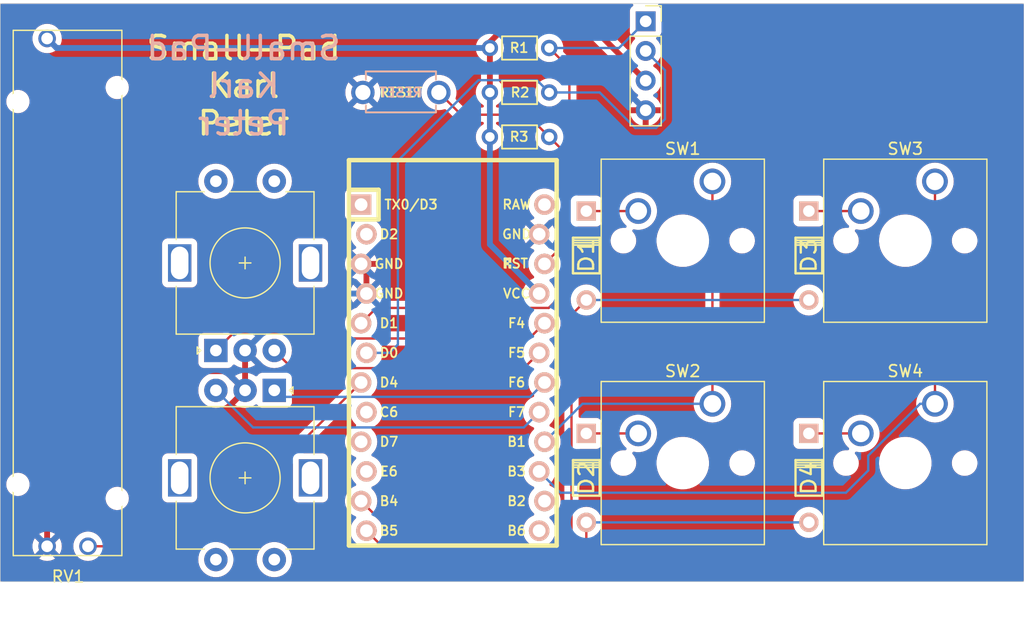
<source format=kicad_pcb>
(kicad_pcb (version 20221018) (generator pcbnew)
  (layers (0 "F.Cu" signal) (31 "B.Cu" signal) (34 "B.Paste" user) (35 "F.Paste" user) (36 "B.SilkS" user "B.Silkscreen") (37 "F.SilkS" user "F.Silkscreen") (38 "B.Mask" user) (39 "F.Mask" user) (44 "Edge.Cuts" user))
  (net 0 "")
  (net 1 "GND")
  (net 2 "Net-(U1-RST)")
  (net 3 "encC")
  (net 4 "encD")
  (net 5 "encE")
  (net 6 "encF")
  (net 7 "VCC")
  (net 8 "SDA")
  (net 9 "SCL")
  (net 10 "rowA")
  (net 11 "Net-(D1-A)")
  (net 12 "rowB")
  (net 13 "Net-(D2-A)")
  (net 14 "Net-(D3-A)")
  (net 15 "Net-(D4-A)")
  (net 16 "encA")
  (net 17 "encB")
  (net 18 "col1")
  (net 19 "col0")
  (footprint "Library:TACT_SWITCH_TVBP06" (layer "F.Cu") (at 163.83 58.42)
    (fp_text reference "SW7" hide)
    (fp_text value "SW_Omron_B3FS" hide)
    (fp_text user "RESET" (at 0 0) (layer "B.SilkS") (effects (font (size 0.8 0.8)) (justify mirror)))
    (fp_text user "RESET" (at 0 0 -180) (layer "F.SilkS") (effects (font (size 0.8 0.8))))
    (fp_line (start -3 -1.8) (end -3 -1.1) (stroke (width 0.15)) (layer "B.SilkS"))
    (fp_line (start -3 -1.8) (end 2.9 -1.8) (stroke (width 0.15)) (layer "B.SilkS"))
    (fp_line (start -3 -1.8) (end 3 -1.8) (stroke (width 0.15)) (layer "B.SilkS"))
    (fp_line (start -3 1.7) (end -3 1.1) (stroke (width 0.15)) (layer "B.SilkS"))
    (fp_line (start 3 -1.8) (end 3 -1.1) (stroke (width 0.15)) (layer "B.SilkS"))
    (fp_line (start 3 1.7) (end -3 1.7) (stroke (width 0.15)) (layer "B.SilkS"))
    (fp_line (start 3 1.7) (end 3 1.1) (stroke (width 0.15)) (layer "B.SilkS"))
    (fp_line (start -3 -1.8) (end -3 -1.1) (stroke (width 0.15)) (layer "F.SilkS"))
    (fp_line (start -3 1.7) (end -3 1.1) (stroke (width 0.15)) (layer "F.SilkS"))
    (fp_line (start -3 1.7) (end 3 1.7) (stroke (width 0.15)) (layer "F.SilkS"))
    (fp_line (start 3 -1.8) (end -3 -1.8) (stroke (width 0.15)) (layer "F.SilkS"))
    (fp_line (start 3 -1.8) (end 3 -1.1) (stroke (width 0.15)) (layer "F.SilkS"))
    (fp_line (start 3 1.7) (end 3 1.1) (stroke (width 0.15)) (layer "F.SilkS"))
    (pad "1" thru_hole circle (at -3.25 0) (size 2 2) (drill 1.3) (layers "*.Cu" "*.Mask") (net 1 "GND"))
    (pad "2" thru_hole circle (at 3.25 0) (size 2 2) (drill 1.3) (layers "*.Cu" "*.Mask") (net 2 "Net-(U1-RST)"))
  )
  (footprint "Library:RESISTOR" (layer "F.Cu") (at 173.99 58.42 180)
    (fp_text reference "R2" (at -0.039272 0) (layer "F.SilkS") (effects (font (size 0.8128 0.8128))))
    (fp_text value "R_US" hide)
    (fp_line (start -1.50114 -1.00076) (end -1.50114 1.00076) (stroke (width 0.15)) (layer "F.SilkS"))
    (fp_line (start -1.50114 1.00076) (end 1.50114 1.00076) (stroke (width 0.15)) (layer "F.SilkS"))
    (fp_line (start 1.50114 -1.00076) (end -1.50114 -1.00076) (stroke (width 0.15)) (layer "F.SilkS"))
    (fp_line (start 1.50114 1.00076) (end 1.50114 -1.00076) (stroke (width 0.15)) (layer "F.SilkS"))
    (pad "1" thru_hole circle (at -2.54 0 180) (size 1.397 1.397) (drill 0.8128) (layers "*.Cu" "*.Mask") (net 9 "SCL"))
    (pad "2" thru_hole circle (at 2.54 0 180) (size 1.397 1.397) (drill 0.8128) (layers "*.Cu" "*.Mask") (net 7 "VCC"))
  )
  (footprint "Library:ArduinoProMicro-ZigZag" (layer "F.Cu") (at 168.275 81.99675 -90)
    (fp_text reference "U1" hide)
    (fp_text value "ProMicro" hide)
    (fp_text user "D0" (at -1.27 5.461) (layer "F.SilkS") (effects (font (size 0.8 0.8))))
    (fp_text user "E6" (at 8.89 5.461) (layer "F.SilkS") (effects (font (size 0.8 0.8))))
    (fp_text user "C6" (at 3.81 5.461) (layer "F.SilkS") (effects (font (size 0.8 0.8))))
    (fp_text user "B2" (at 11.43 -5.461) (layer "F.SilkS") (effects (font (size 0.8 0.8))))
    (fp_text user "ST" (at -8.92 -5.73312) (layer "F.SilkS") (effects (font (size 0.8 0.8))))
    (fp_text user "D2" (at -11.43 5.461) (layer "F.SilkS") (effects (font (size 0.8 0.8))))
    (fp_text user "D1" (at -3.81 5.461) (layer "F.SilkS") (effects (font (size 0.8 0.8))))
    (fp_text user "VCC" (at -6.35 -5.461) (layer "F.SilkS") (effects (font (size 0.8 0.8))))
    (fp_text user "D7" (at 6.35 5.461) (layer "F.SilkS") (effects (font (size 0.8 0.8))))
    (fp_text user "F7" (at 3.81 -5.461) (layer "F.SilkS") (effects (font (size 0.8 0.8))))
    (fp_text user "B6" (at 13.97 -5.461) (layer "F.SilkS") (effects (font (size 0.8 0.8))))
    (fp_text user "RAW" (at -13.97 -5.461) (layer "F.SilkS") (effects (font (size 0.8 0.8))))
    (fp_text user "B1" (at 6.35 -5.461) (layer "F.SilkS") (effects (font (size 0.8 0.8))))
    (fp_text user "GND" (at -11.43 -5.461) (layer "F.SilkS") (effects (font (size 0.8 0.8))))
    (fp_text user "B3" (at 8.89 -5.461) (layer "F.SilkS") (effects (font (size 0.8 0.8))))
    (fp_text user "F4" (at -3.81 -5.461) (layer "F.SilkS") (effects (font (size 0.8 0.8))))
    (fp_text user "B5" (at 13.97 5.461) (layer "F.SilkS") (effects (font (size 0.8 0.8))))
    (fp_text user "D4" (at 1.27 5.461) (layer "F.SilkS") (effects (font (size 0.8 0.8))))
    (fp_text user "B4" (at 11.43 5.461) (layer "F.SilkS") (effects (font (size 0.8 0.8))))
    (fp_text user "GND" (at -6.35 5.461) (layer "F.SilkS") (effects (font (size 0.8 0.8))))
    (fp_text user "F6" (at 1.27 -5.461) (layer "F.SilkS") (effects (font (size 0.8 0.8))))
    (fp_text user "GND" (at -8.89 5.461) (layer "F.SilkS") (effects (font (size 0.8 0.8))))
    (fp_text user "TX0/D3" (at -13.97 3.571872) (layer "F.SilkS") (effects (font (size 0.8 0.8))))
    (fp_text user "F5" (at -1.27 -5.461) (layer "F.SilkS") (effects (font (size 0.8 0.8))))
    (fp_line (start -17.78 -8.89) (end -17.78 8.89) (stroke (width 0.381)) (layer "F.SilkS"))
    (fp_line (start -17.78 8.89) (end -15.24 8.89) (stroke (width 0.381)) (layer "F.SilkS"))
    (fp_line (start -15.24 -8.89) (end -17.78 -8.89) (stroke (width 0.381)) (layer "F.SilkS"))
    (fp_line (start -15.24 6.35) (end -15.24 8.89) (stroke (width 0.381)) (layer "F.SilkS"))
    (fp_line (start -15.24 6.35) (end -12.7 6.35) (stroke (width 0.381)) (layer "F.SilkS"))
    (fp_line (start -15.24 8.89) (end 15.24 8.89) (stroke (width 0.381)) (layer "F.SilkS"))
    (fp_line (start -12.7 6.35) (end -12.7 8.89) (stroke (width 0.381)) (layer "F.SilkS"))
    (fp_line (start 15.24 -8.89) (end -15.24 -8.89) (stroke (width 0.381)) (layer "F.SilkS"))
    (fp_line (start 15.24 8.89) (end 15.24 -8.89) (stroke (width 0.381)) (layer "F.SilkS"))
    (fp_poly (pts (xy -9.36064 -4.931568) (xy -9.26064 -4.931568) (xy -9.26064 -4.431568) (xy -9.36064 -4.431568)) (stroke (width 0.15)) (fill solid) (layer "F.SilkS"))
    (fp_poly (pts (xy -9.36064 -4.931568) (xy -9.06064 -4.931568) (xy -9.06064 -4.831568) (xy -9.36064 -4.831568)) (stroke (width 0.15)) (fill solid) (layer "F.SilkS"))
    (fp_poly (pts (xy -9.36064 -4.531568) (xy -8.56064 -4.531568) (xy -8.56064 -4.431568) (xy -9.36064 -4.431568)) (stroke (width 0.15)) (fill solid) (layer "F.SilkS"))
    (fp_poly (pts (xy -8.96064 -4.731568) (xy -8.86064 -4.731568) (xy -8.86064 -4.631568) (xy -8.96064 -4.631568)) (stroke (width 0.15)) (fill solid) (layer "F.SilkS"))
    (fp_poly (pts (xy -8.76064 -4.931568) (xy -8.56064 -4.931568) (xy -8.56064 -4.831568) (xy -8.76064 -4.831568)) (stroke (width 0.15)) (fill solid) (layer "F.SilkS"))
    (pad "1" thru_hole rect (at -13.97 7.8486 270) (size 1.7526 1.7526) (drill 1.0922) (layers "*.Cu" "*.SilkS" "*.Mask"))
    (pad "2" thru_hole circle (at -11.43 7.3914 270) (size 1.7526 1.7526) (drill 1.0922) (layers "*.Cu" "*.SilkS" "*.Mask"))
    (pad "3" thru_hole circle (at -8.89 7.8486 270) (size 1.7526 1.7526) (drill 1.0922) (layers "*.Cu" "*.SilkS" "*.Mask") (net 1 "GND"))
    (pad "4" thru_hole circle (at -6.35 7.3914 270) (size 1.7526 1.7526) (drill 1.0922) (layers "*.Cu" "*.SilkS" "*.Mask") (net 1 "GND"))
    (pad "5" thru_hole circle (at -3.81 7.8486 270) (size 1.7526 1.7526) (drill 1.0922) (layers "*.Cu" "*.SilkS" "*.Mask") (net 8 "SDA"))
    (pad "6" thru_hole circle (at -1.27 7.3914 270) (size 1.7526 1.7526) (drill 1.0922) (layers "*.Cu" "*.SilkS" "*.Mask") (net 9 "SCL"))
    (pad "7" thru_hole circle (at 1.27 7.8486 270) (size 1.7526 1.7526) (drill 1.0922) (layers "*.Cu" "*.SilkS" "*.Mask") (net 16 "encA"))
    (pad "8" thru_hole circle (at 3.81 7.3914 270) (size 1.7526 1.7526) (drill 1.0922) (layers "*.Cu" "*.SilkS" "*.Mask") (net 17 "encB"))
    (pad "9" thru_hole circle (at 6.35 7.8486 270) (size 1.7526 1.7526) (drill 1.0922) (layers "*.Cu" "*.SilkS" "*.Mask"))
    (pad "10" thru_hole circle (at 8.89 7.3914 270) (size 1.7526 1.7526) (drill 1.0922) (layers "*.Cu" "*.SilkS" "*.Mask"))
    (pad "11" thru_hole circle (at 11.43 7.8486 270) (size 1.7526 1.7526) (drill 1.0922) (layers "*.Cu" "*.SilkS" "*.Mask") (net 10 "rowA"))
    (pad "12" thru_hole circle (at 13.97 7.3914 270) (size 1.7526 1.7526) (drill 1.0922) (layers "*.Cu" "*.SilkS" "*.Mask") (net 12 "rowB"))
    (pad "13" thru_hole circle (at 13.97 -7.3914 270) (size 1.7526 1.7526) (drill 1.0922) (layers "*.Cu" "*.SilkS" "*.Mask"))
    (pad "14" thru_hole circle (at 11.43 -7.8486 270) (size 1.7526 1.7526) (drill 1.0922) (layers "*.Cu" "*.SilkS" "*.Mask"))
    (pad "15" thru_hole circle (at 8.89 -7.3914 270) (size 1.7526 1.7526) (drill 1.0922) (layers "*.Cu" "*.SilkS" "*.Mask") (net 18 "col1"))
    (pad "16" thru_hole circle (at 6.35 -7.8486 270) (size 1.7526 1.7526) (drill 1.0922) (layers "*.Cu" "*.SilkS" "*.Mask") (net 19 "col0"))
    (pad "17" thru_hole circle (at 3.81 -7.3914 270) (size 1.7526 1.7526) (drill 1.0922) (layers "*.Cu" "*.SilkS" "*.Mask") (net 6 "encF"))
    (pad "18" thru_hole circle (at 1.27 -7.8486 270) (size 1.7526 1.7526) (drill 1.0922) (layers "*.Cu" "*.SilkS" "*.Mask") (net 5 "encE"))
    (pad "19" thru_hole circle (at -1.27 -7.3914 270) (size 1.7526 1.7526) (drill 1.0922) (layers "*.Cu" "*.SilkS" "*.Mask") (net 4 "encD"))
    (pad "20" thru_hole circle (at -3.81 -7.8486 270) (size 1.7526 1.7526) (drill 1.0922) (layers "*.Cu" "*.SilkS" "*.Mask") (net 3 "encC"))
    (pad "21" thru_hole circle (at -6.35 -7.3914 270) (size 1.7526 1.7526) (drill 1.0922) (layers "*.Cu" "*.SilkS" "*.Mask") (net 7 "VCC"))
    (pad "22" thru_hole circle (at -8.89 -7.8486 270) (size 1.7526 1.7526) (drill 1.0922) (layers "*.Cu" "*.SilkS" "*.Mask") (net 2 "Net-(U1-RST)"))
    (pad "23" thru_hole circle (at -11.43 -7.3914 270) (size 1.7526 1.7526) (drill 1.0922) (layers "*.Cu" "*.SilkS" "*.Mask") (net 1 "GND"))
    (pad "24" thru_hole circle (at -13.97 -7.8486 270) (size 1.7526 1.7526) (drill 1.0922) (layers "*.Cu" "*.SilkS" "*.Mask"))
  )
  (footprint "Library:RESISTOR" (layer "F.Cu") (at 173.99 54.61)
    (fp_text reference "R1" (at -0.039272 -0.011965) (layer "F.SilkS") (effects (font (size 0.8128 0.8128))))
    (fp_text value "R_US" hide)
    (fp_line (start -1.50114 -1.00076) (end -1.50114 1.00076) (stroke (width 0.15)) (layer "F.SilkS"))
    (fp_line (start -1.50114 1.00076) (end 1.50114 1.00076) (stroke (width 0.15)) (layer "F.SilkS"))
    (fp_line (start 1.50114 -1.00076) (end -1.50114 -1.00076) (stroke (width 0.15)) (layer "F.SilkS"))
    (fp_line (start 1.50114 1.00076) (end 1.50114 -1.00076) (stroke (width 0.15)) (layer "F.SilkS"))
    (pad "1" thru_hole circle (at -2.54 0) (size 1.397 1.397) (drill 0.8128) (layers "*.Cu" "*.Mask") (net 7 "VCC"))
    (pad "2" thru_hole circle (at 2.54 0) (size 1.397 1.397) (drill 0.8128) (layers "*.Cu" "*.Mask") (net 8 "SDA"))
  )
  (footprint "Library:Diode" (layer "F.Cu") (at 198.755 91.44 90)
    (fp_text reference "D4" (at 0 0 90) (layer "F.SilkS") (effects (font (size 1.27 1.524) (thickness 0.2032))))
    (fp_text value "D_Small" hide)
    (fp_line (start -1.524 -1.143) (end 1.524 -1.143) (stroke (width 0.2032)) (layer "F.SilkS"))
    (fp_line (start -1.524 1.143) (end -1.524 -1.143) (stroke (width 0.2032)) (layer "F.SilkS"))
    (fp_line (start 0.9 1.1) (end 0.9 -1.1) (stroke (width 0.15)) (layer "F.SilkS"))
    (fp_line (start 1.1 -1.1) (end 1.1 1.1) (stroke (width 0.15)) (layer "F.SilkS"))
    (fp_line (start 1.3 -1.1) (end 1.3 -1) (stroke (width 0.15)) (layer "F.SilkS"))
    (fp_line (start 1.3 -1) (end 1.3 -1.1) (stroke (width 0.15)) (layer "F.SilkS"))
    (fp_line (start 1.3 1.1) (end 1.3 -1) (stroke (width 0.15)) (layer "F.SilkS"))
    (fp_line (start 1.524 -1.143) (end 1.524 1.143) (stroke (width 0.2032)) (layer "F.SilkS"))
    (fp_line (start 1.524 1.143) (end -1.524 1.143) (stroke (width 0.2032)) (layer "F.SilkS"))
    (pad "1" thru_hole circle (at -3.81 0 90) (size 1.651 1.651) (drill 0.9906) (layers "*.Cu" "*.SilkS" "*.Mask") (net 12 "rowB"))
    (pad "2" thru_hole rect (at 3.81 0 90) (size 1.651 1.651) (drill 0.9906) (layers "*.Cu" "*.SilkS" "*.Mask") (net 15 "Net-(D4-A)"))
  )
  (footprint "Library:Diode" (layer "F.Cu") (at 179.705 72.39 90)
    (fp_text reference "D1" (at 0 0 90) (layer "F.SilkS") (effects (font (size 1.27 1.524) (thickness 0.2032))))
    (fp_text value "D_Small" hide)
    (fp_line (start -1.524 -1.143) (end 1.524 -1.143) (stroke (width 0.2032)) (layer "F.SilkS"))
    (fp_line (start -1.524 1.143) (end -1.524 -1.143) (stroke (width 0.2032)) (layer "F.SilkS"))
    (fp_line (start 0.9 1.1) (end 0.9 -1.1) (stroke (width 0.15)) (layer "F.SilkS"))
    (fp_line (start 1.1 -1.1) (end 1.1 1.1) (stroke (width 0.15)) (layer "F.SilkS"))
    (fp_line (start 1.3 -1.1) (end 1.3 -1) (stroke (width 0.15)) (layer "F.SilkS"))
    (fp_line (start 1.3 -1) (end 1.3 -1.1) (stroke (width 0.15)) (layer "F.SilkS"))
    (fp_line (start 1.3 1.1) (end 1.3 -1) (stroke (width 0.15)) (layer "F.SilkS"))
    (fp_line (start 1.524 -1.143) (end 1.524 1.143) (stroke (width 0.2032)) (layer "F.SilkS"))
    (fp_line (start 1.524 1.143) (end -1.524 1.143) (stroke (width 0.2032)) (layer "F.SilkS"))
    (pad "1" thru_hole circle (at -3.81 0 90) (size 1.651 1.651) (drill 0.9906) (layers "*.Cu" "*.SilkS" "*.Mask") (net 10 "rowA"))
    (pad "2" thru_hole rect (at 3.81 0 90) (size 1.651 1.651) (drill 0.9906) (layers "*.Cu" "*.SilkS" "*.Mask") (net 11 "Net-(D1-A)"))
  )
  (footprint "Button_Switch_Keyboard:SW_Cherry_MX_1.00u_PCB" (layer "F.Cu") (at 190.5 85.09)
    (fp_text reference "SW2" (at -2.54 -2.794) (layer "F.SilkS"))
    (fp_text value "KEYSW")
    (fp_line (start -9.525 -1.905) (end 4.445 -1.905) (stroke (width 0.12)) (layer "F.SilkS"))
    (fp_line (start -9.525 12.065) (end -9.525 -1.905) (stroke (width 0.12)) (layer "F.SilkS"))
    (fp_line (start 4.445 -1.905) (end 4.445 12.065) (stroke (width 0.12)) (layer "F.SilkS"))
    (fp_line (start 4.445 12.065) (end -9.525 12.065) (stroke (width 0.12)) (layer "F.SilkS"))
    (pad "" np_thru_hole circle (at -7.62 5.08) (size 1.7 1.7) (drill 1.7) (layers "*.Cu" "*.Mask"))
    (pad "" np_thru_hole circle (at -2.54 5.08) (size 4 4) (drill 4) (layers "*.Cu" "*.Mask"))
    (pad "" np_thru_hole circle (at 2.54 5.08) (size 1.7 1.7) (drill 1.7) (layers "*.Cu" "*.Mask"))
    (pad "1" thru_hole circle (at 0 0) (size 2.2 2.2) (drill 1.5) (layers "*.Cu" "*.Mask") (net 19 "col0"))
    (pad "2" thru_hole circle (at -6.35 2.54) (size 2.2 2.2) (drill 1.5) (layers "*.Cu" "*.Mask") (net 13 "Net-(D2-A)"))
  )
  (footprint "Library:RotaryEncoder_EC11" (layer "F.Cu") (at 150.495 91.44 -90)
    (fp_text reference "Rot3")
    (fp_text value "RotaryEncoder")
    (fp_line (start -7.8 -4.1) (end -7.2 -4.1) (stroke (width 0.12)) (layer "F.SilkS"))
    (fp_line (start -7.5 -3.8) (end -7.8 -4.1) (stroke (width 0.12)) (layer "F.SilkS"))
    (fp_line (start -7.2 -4.1) (end -7.5 -3.8) (stroke (width 0.12)) (layer "F.SilkS"))
    (fp_line (start -6.1 -5.9) (end -6.1 5.9) (stroke (width 0.12)) (layer "F.SilkS"))
    (fp_line (start -2 -5.9) (end -6.1 -5.9) (stroke (width 0.12)) (layer "F.SilkS"))
    (fp_line (start -2 5.9) (end -6.1 5.9) (stroke (width 0.12)) (layer "F.SilkS"))
    (fp_line (start -0.5 0) (end 0.5 0) (stroke (width 0.12)) (layer "F.SilkS"))
    (fp_line (start 0 -0.5) (end 0 0.5) (stroke (width 0.12)) (layer "F.SilkS"))
    (fp_line (start 2 -5.9) (end 6.1 -5.9) (stroke (width 0.12)) (layer "F.SilkS"))
    (fp_line (start 6.1 -5.9) (end 6.1 -3.5) (stroke (width 0.12)) (layer "F.SilkS"))
    (fp_line (start 6.1 -1.3) (end 6.1 1.3) (stroke (width 0.12)) (layer "F.SilkS"))
    (fp_line (start 6.1 3.5) (end 6.1 5.9) (stroke (width 0.12)) (layer "F.SilkS"))
    (fp_line (start 6.1 5.9) (end 2 5.9) (stroke (width 0.12)) (layer "F.SilkS"))
    (fp_circle (center 0 0) (end 3 0) (stroke (width 0.12)) (fill none) (layer "F.SilkS"))
    (pad "" np_thru_hole rect (at 0 -5.6 270) (size 3.2 2) (drill oval 2.8 1.5) (layers "*.Cu" "*.Mask"))
    (pad "" np_thru_hole rect (at 0 5.6 270) (size 3.2 2) (drill oval 2.8 1.5) (layers "*.Cu" "*.Mask"))
    (pad "A" thru_hole rect (at -7.5 -2.5 270) (size 2 2) (drill 1) (layers "*.Cu" "*.Mask") (net 5 "encE"))
    (pad "B" thru_hole circle (at -7.5 2.5 270) (size 2 2) (drill 1) (layers "*.Cu" "*.Mask") (net 6 "encF"))
    (pad "C" thru_hole circle (at -7.5 0 270) (size 2 2) (drill 1) (layers "*.Cu" "*.Mask") (net 1 "GND"))
    (pad "S1" thru_hole circle (at 7 2.5 270) (size 2 2) (drill 1) (layers "*.Cu" "*.Mask"))
    (pad "S2" thru_hole circle (at 7 -2.5 270) (size 2 2) (drill 1) (layers "*.Cu" "*.Mask"))
  )
  (footprint "Button_Switch_Keyboard:SW_Cherry_MX_1.00u_PCB" (layer "F.Cu") (at 209.55 85.09)
    (fp_text reference "SW4" (at -2.54 -2.794) (layer "F.SilkS"))
    (fp_text value "KEYSW")
    (fp_line (start -9.525 -1.905) (end 4.445 -1.905) (stroke (width 0.12)) (layer "F.SilkS"))
    (fp_line (start -9.525 12.065) (end -9.525 -1.905) (stroke (width 0.12)) (layer "F.SilkS"))
    (fp_line (start 4.445 -1.905) (end 4.445 12.065) (stroke (width 0.12)) (layer "F.SilkS"))
    (fp_line (start 4.445 12.065) (end -9.525 12.065) (stroke (width 0.12)) (layer "F.SilkS"))
    (pad "" np_thru_hole circle (at -7.62 5.08) (size 1.7 1.7) (drill 1.7) (layers "*.Cu" "*.Mask"))
    (pad "" np_thru_hole circle (at -2.54 5.08) (size 4 4) (drill 4) (layers "*.Cu" "*.Mask"))
    (pad "" np_thru_hole circle (at 2.54 5.08) (size 1.7 1.7) (drill 1.7) (layers "*.Cu" "*.Mask"))
    (pad "1" thru_hole circle (at 0 0) (size 2.2 2.2) (drill 1.5) (layers "*.Cu" "*.Mask") (net 18 "col1"))
    (pad "2" thru_hole circle (at -6.35 2.54) (size 2.2 2.2) (drill 1.5) (layers "*.Cu" "*.Mask") (net 15 "Net-(D4-A)"))
  )
  (footprint "Library:RESISTOR" (layer "F.Cu") (at 173.99 62.23)
    (fp_text reference "R3" (at -0.039272 -0.011965) (layer "F.SilkS") (effects (font (size 0.8128 0.8128))))
    (fp_text value "R_US" hide)
    (fp_line (start -1.50114 -1.00076) (end -1.50114 1.00076) (stroke (width 0.15)) (layer "F.SilkS"))
    (fp_line (start -1.50114 1.00076) (end 1.50114 1.00076) (stroke (width 0.15)) (layer "F.SilkS"))
    (fp_line (start 1.50114 -1.00076) (end -1.50114 -1.00076) (stroke (width 0.15)) (layer "F.SilkS"))
    (fp_line (start 1.50114 1.00076) (end 1.50114 -1.00076) (stroke (width 0.15)) (layer "F.SilkS"))
    (pad "1" thru_hole circle (at -2.54 0) (size 1.397 1.397) (drill 0.8128) (layers "*.Cu" "*.Mask") (net 7 "VCC"))
    (pad "2" thru_hole circle (at 2.54 0) (size 1.397 1.397) (drill 0.8128) (layers "*.Cu" "*.Mask") (net 2 "Net-(U1-RST)"))
  )
  (footprint "Library:potentiometer_slider_45mm" (layer "F.Cu") (at 142.248 98.097 90)
    (fp_text reference "RV1" (at -1.8 -6.9) (layer "F.SilkS"))
    (fp_text value "R_Potentiometer")
    (fp_line (start 0 -11.6) (end 45 -11.6) (stroke (width 0.12)) (layer "F.SilkS"))
    (fp_line (start 0 -2.3) (end 0 -11.6) (stroke (width 0.12)) (layer "F.SilkS"))
    (fp_line (start 45 -11.6) (end 45 -2.3) (stroke (width 0.12)) (layer "F.SilkS"))
    (fp_line (start 45 -2.3) (end 0 -2.3) (stroke (width 0.12)) (layer "F.SilkS"))
    (pad "" np_thru_hole circle (at 4.9 -2.7 90) (size 1.5 1.5) (drill 1.5) (layers "*.Cu" "*.Mask"))
    (pad "" np_thru_hole circle (at 6.1 -11.2 90) (size 1.5 1.5) (drill 1.5) (layers "*.Cu" "*.Mask"))
    (pad "" np_thru_hole circle (at 38.9 -11.2 90) (size 1.5 1.5) (drill 1.5) (layers "*.Cu" "*.Mask"))
    (pad "" np_thru_hole circle (at 40.1 -2.7 90) (size 1.5 1.5) (drill 1.5) (layers "*.Cu" "*.Mask"))
    (pad "1" thru_hole circle (at 0.8 -8.7 90) (size 1.5 1.5) (drill 1) (layers "*.Cu" "*.Mask") (net 1 "GND"))
    (pad "2" thru_hole circle (at 0.8 -5.2 90) (size 1.5 1.5) (drill 1) (layers "*.Cu" "*.Mask") (net 16 "encA"))
    (pad "3" thru_hole circle (at 44.3 -8.7 90) (size 1.5 1.5) (drill 1) (layers "*.Cu" "*.Mask") (net 7 "VCC"))
  )
  (footprint "Library:Diode" (layer "F.Cu") (at 198.755 72.39 90)
    (fp_text reference "D3" (at 0 0 90) (layer "F.SilkS") (effects (font (size 1.27 1.524) (thickness 0.2032))))
    (fp_text value "D_Small" hide)
    (fp_line (start -1.524 -1.143) (end 1.524 -1.143) (stroke (width 0.2032)) (layer "F.SilkS"))
    (fp_line (start -1.524 1.143) (end -1.524 -1.143) (stroke (width 0.2032)) (layer "F.SilkS"))
    (fp_line (start 0.9 1.1) (end 0.9 -1.1) (stroke (width 0.15)) (layer "F.SilkS"))
    (fp_line (start 1.1 -1.1) (end 1.1 1.1) (stroke (width 0.15)) (layer "F.SilkS"))
    (fp_line (start 1.3 -1.1) (end 1.3 -1) (stroke (width 0.15)) (layer "F.SilkS"))
    (fp_line (start 1.3 -1) (end 1.3 -1.1) (stroke (width 0.15)) (layer "F.SilkS"))
    (fp_line (start 1.3 1.1) (end 1.3 -1) (stroke (width 0.15)) (layer "F.SilkS"))
    (fp_line (start 1.524 -1.143) (end 1.524 1.143) (stroke (width 0.2032)) (layer "F.SilkS"))
    (fp_line (start 1.524 1.143) (end -1.524 1.143) (stroke (width 0.2032)) (layer "F.SilkS"))
    (pad "1" thru_hole circle (at -3.81 0 90) (size 1.651 1.651) (drill 0.9906) (layers "*.Cu" "*.SilkS" "*.Mask") (net 10 "rowA"))
    (pad "2" thru_hole rect (at 3.81 0 90) (size 1.651 1.651) (drill 0.9906) (layers "*.Cu" "*.SilkS" "*.Mask") (net 14 "Net-(D3-A)"))
  )
  (footprint "Button_Switch_Keyboard:SW_Cherry_MX_1.00u_PCB" (layer "F.Cu") (at 209.55 66.04)
    (fp_text reference "SW3" (at -2.54 -2.794) (layer "F.SilkS"))
    (fp_text value "KEYSW")
    (fp_line (start -9.525 -1.905) (end 4.445 -1.905) (stroke (width 0.12)) (layer "F.SilkS"))
    (fp_line (start -9.525 12.065) (end -9.525 -1.905) (stroke (width 0.12)) (layer "F.SilkS"))
    (fp_line (start 4.445 -1.905) (end 4.445 12.065) (stroke (width 0.12)) (layer "F.SilkS"))
    (fp_line (start 4.445 12.065) (end -9.525 12.065) (stroke (width 0.12)) (layer "F.SilkS"))
    (pad "" np_thru_hole circle (at -7.62 5.08) (size 1.7 1.7) (drill 1.7) (layers "*.Cu" "*.Mask"))
    (pad "" np_thru_hole circle (at -2.54 5.08) (size 4 4) (drill 4) (layers "*.Cu" "*.Mask"))
    (pad "" np_thru_hole circle (at 2.54 5.08) (size 1.7 1.7) (drill 1.7) (layers "*.Cu" "*.Mask"))
    (pad "1" thru_hole circle (at 0 0) (size 2.2 2.2) (drill 1.5) (layers "*.Cu" "*.Mask") (net 18 "col1"))
    (pad "2" thru_hole circle (at -6.35 2.54) (size 2.2 2.2) (drill 1.5) (layers "*.Cu" "*.Mask") (net 14 "Net-(D3-A)"))
  )
  (footprint "Library:RotaryEncoder_EC11" (layer "F.Cu") (at 150.495 73.025 90)
    (fp_text reference "Rot2")
    (fp_text value "RotaryEncoder")
    (fp_line (start -7.8 -4.1) (end -7.2 -4.1) (stroke (width 0.12)) (layer "F.SilkS"))
    (fp_line (start -7.5 -3.8) (end -7.8 -4.1) (stroke (width 0.12)) (layer "F.SilkS"))
    (fp_line (start -7.2 -4.1) (end -7.5 -3.8) (stroke (width 0.12)) (layer "F.SilkS"))
    (fp_line (start -6.1 -5.9) (end -6.1 5.9) (stroke (width 0.12)) (layer "F.SilkS"))
    (fp_line (start -2 -5.9) (end -6.1 -5.9) (stroke (width 0.12)) (layer "F.SilkS"))
    (fp_line (start -2 5.9) (end -6.1 5.9) (stroke (width 0.12)) (layer "F.SilkS"))
    (fp_line (start -0.5 0) (end 0.5 0) (stroke (width 0.12)) (layer "F.SilkS"))
    (fp_line (start 0 -0.5) (end 0 0.5) (stroke (width 0.12)) (layer "F.SilkS"))
    (fp_line (start 2 -5.9) (end 6.1 -5.9) (stroke (width 0.12)) (layer "F.SilkS"))
    (fp_line (start 6.1 -5.9) (end 6.1 -3.5) (stroke (width 0.12)) (layer "F.SilkS"))
    (fp_line (start 6.1 -1.3) (end 6.1 1.3) (stroke (width 0.12)) (layer "F.SilkS"))
    (fp_line (start 6.1 3.5) (end 6.1 5.9) (stroke (width 0.12)) (layer "F.SilkS"))
    (fp_line (start 6.1 5.9) (end 2 5.9) (stroke (width 0.12)) (layer "F.SilkS"))
    (fp_circle (center 0 0) (end 3 0) (stroke (width 0.12)) (fill none) (layer "F.SilkS"))
    (pad "" np_thru_hole rect (at 0 -5.6 90) (size 3.2 2) (drill oval 2.8 1.5) (layers "*.Cu" "*.Mask"))
    (pad "" np_thru_hole rect (at 0 5.6 90) (size 3.2 2) (drill oval 2.8 1.5) (layers "*.Cu" "*.Mask"))
    (pad "A" thru_hole rect (at -7.5 -2.5 90) (size 2 2) (drill 1) (layers "*.Cu" "*.Mask") (net 3 "encC"))
    (pad "B" thru_hole circle (at -7.5 2.5 90) (size 2 2) (drill 1) (layers "*.Cu" "*.Mask") (net 4 "encD"))
    (pad "C" thru_hole circle (at -7.5 0 90) (size 2 2) (drill 1) (layers "*.Cu" "*.Mask") (net 1 "GND"))
    (pad "S1" thru_hole circle (at 7 2.5 90) (size 2 2) (drill 1) (layers "*.Cu" "*.Mask"))
    (pad "S2" thru_hole circle (at 7 -2.5 90) (size 2 2) (drill 1) (layers "*.Cu" "*.Mask"))
  )
  (footprint "Button_Switch_Keyboard:SW_Cherry_MX_1.00u_PCB" (layer "F.Cu") (at 190.5 66.04)
    (fp_text reference "SW1" (at -2.54 -2.794) (layer "F.SilkS"))
    (fp_text value "KEYSW")
    (fp_line (start -9.525 -1.905) (end 4.445 -1.905) (stroke (width 0.12)) (layer "F.SilkS"))
    (fp_line (start -9.525 12.065) (end -9.525 -1.905) (stroke (width 0.12)) (layer "F.SilkS"))
    (fp_line (start 4.445 -1.905) (end 4.445 12.065) (stroke (width 0.12)) (layer "F.SilkS"))
    (fp_line (start 4.445 12.065) (end -9.525 12.065) (stroke (width 0.12)) (layer "F.SilkS"))
    (pad "" np_thru_hole circle (at -7.62 5.08) (size 1.7 1.7) (drill 1.7) (layers "*.Cu" "*.Mask"))
    (pad "" np_thru_hole circle (at -2.54 5.08) (size 4 4) (drill 4) (layers "*.Cu" "*.Mask"))
    (pad "" np_thru_hole circle (at 2.54 5.08) (size 1.7 1.7) (drill 1.7) (layers "*.Cu" "*.Mask"))
    (pad "1" thru_hole circle (at 0 0) (size 2.2 2.2) (drill 1.5) (layers "*.Cu" "*.Mask") (net 19 "col0"))
    (pad "2" thru_hole circle (at -6.35 2.54) (size 2.2 2.2) (drill 1.5) (layers "*.Cu" "*.Mask") (net 11 "Net-(D1-A)"))
  )
  (footprint "Library:Diode" (layer "F.Cu") (at 179.705 91.44 90)
    (fp_text reference "D2" (at 0 0 90) (layer "F.SilkS") (effects (font (size 1.27 1.524) (thickness 0.2032))))
    (fp_text value "D_Small" hide)
    (fp_line (start -1.524 -1.143) (end 1.524 -1.143) (stroke (width 0.2032)) (layer "F.SilkS"))
    (fp_line (start -1.524 1.143) (end -1.524 -1.143) (stroke (width 0.2032)) (layer "F.SilkS"))
    (fp_line (start 0.9 1.1) (end 0.9 -1.1) (stroke (width 0.15)) (layer "F.SilkS"))
    (fp_line (start 1.1 -1.1) (end 1.1 1.1) (stroke (width 0.15)) (layer "F.SilkS"))
    (fp_line (start 1.3 -1.1) (end 1.3 -1) (stroke (width 0.15)) (layer "F.SilkS"))
    (fp_line (start 1.3 -1) (end 1.3 -1.1) (stroke (width 0.15)) (layer "F.SilkS"))
    (fp_line (start 1.3 1.1) (end 1.3 -1) (stroke (width 0.15)) (layer "F.SilkS"))
    (fp_line (start 1.524 -1.143) (end 1.524 1.143) (stroke (width 0.2032)) (layer "F.SilkS"))
    (fp_line (start 1.524 1.143) (end -1.524 1.143) (stroke (width 0.2032)) (layer "F.SilkS"))
    (pad "1" thru_hole circle (at -3.81 0 90) (size 1.651 1.651) (drill 0.9906) (layers "*.Cu" "*.SilkS" "*.Mask") (net 12 "rowB"))
    (pad "2" thru_hole rect (at 3.81 0 90) (size 1.651 1.651) (drill 0.9906) (layers "*.Cu" "*.SilkS" "*.Mask") (net 13 "Net-(D2-A)"))
  )
  (footprint "Library:PinSocket_1x04_P2.54mm_Vertical" (layer "F.Cu") (at 184.785 52.324)
    (fp_text reference "P1" hide)
    (fp_text value "OLED")
    (fp_line (start -1.33 1.27) (end -1.33 8.95) (stroke (width 0.12)) (layer "F.SilkS"))
    (fp_line (start -1.33 1.27) (end 1.33 1.27) (stroke (width 0.12)) (layer "F.SilkS"))
    (fp_line (start -1.33 8.95) (end 1.33 8.95) (stroke (width 0.12)) (layer "F.SilkS"))
    (fp_line (start 0 -1.33) (end 1.33 -1.33) (stroke (width 0.12)) (layer "F.SilkS"))
    (fp_line (start 1.33 -1.33) (end 1.33 0) (stroke (width 0.12)) (layer "F.SilkS"))
    (fp_line (start 1.33 1.27) (end 1.33 8.95) (stroke (width 0.12)) (layer "F.SilkS"))
    (pad "" thru_hole oval (at 0 5.08) (size 1.7 1.7) (drill 1) (layers "*.Cu" "*.Mask") (net 7 "VCC"))
    (pad "1" thru_hole rect (at 0 0) (size 1.7 1.7) (drill 1) (layers "*.Cu" "*.Mask") (net 8 "SDA"))
    (pad "2" thru_hole oval (at 0 2.54) (size 1.7 1.7) (drill 1) (layers "*.Cu" "*.Mask") (net 9 "SCL"))
    (pad "4" thru_hole oval (at 0 7.62) (size 1.7 1.7) (drill 1) (layers "*.Cu" "*.Mask") (net 1 "GND"))
  )
  (gr_line (start 129.54 100.33) (end 129.54 50.8) (stroke (width 0.05)) (layer "Edge.Cuts"))
  (gr_line (start 129.54 50.8) (end 217.17 50.8) (stroke (width 0.05)) (layer "Edge.Cuts"))
  (gr_line (start 217.17 50.8) (end 217.17 100.33) (stroke (width 0.05)) (layer "Edge.Cuts"))
  (gr_line (start 217.17 100.33) (end 129.54 100.33) (stroke (width 0.05)) (layer "Edge.Cuts"))
  (gr_text "Small-Pad\nKarl\nPeter" (at 150.368 62.23) (layer "B.SilkS") (effects (font (size 2 2) (thickness 0.3)) (justify bottom mirror)))
  (gr_text "Small-Pad\nKarl\nPeter" (at 150.368 62.23) (layer "F.SilkS") (effects (font (size 2 2) (thickness 0.3)) (justify bottom)))
  (segment (start 133.548 95.306) (end 133.548 97.297) (width 0.5) (layer "F.Cu") (net 1))
  (segment (start 173.1264 73.10675) (end 160.4264 73.10675) (width 0.5) (layer "F.Cu") (net 1))
  (segment (start 148.851 82.296) (end 146.558 82.296) (width 0.5) (layer "F.Cu") (net 1))
  (segment (start 150.495 80.525) (end 150.495 83.94) (width 0.5) (layer "F.Cu") (net 1))
  (segment (start 150.495 83.94) (end 148.851 82.296) (width 0.5) (layer "F.Cu") (net 1))
  (segment (start 160.8836 73.56395) (end 160.4264 73.10675) (width 0.5) (layer "F.Cu") (net 1))
  (segment (start 160.8836 75.64675) (end 160.8836 73.56395) (width 0.5) (layer "F.Cu") (net 1))
  (segment (start 146.558 82.296) (end 133.548 95.306) (width 0.5) (layer "F.Cu") (net 1))
  (segment (start 175.6664 70.56675) (end 173.1264 73.10675) (width 0.5) (layer "F.Cu") (net 1))
  (segment (start 162.56 70.97315) (end 162.56 60.4) (width 0.5) (layer "B.Cu") (net 1))
  (segment (start 181.483 56.642) (end 184.785 59.944) (width 0.5) (layer "B.Cu") (net 1))
  (segment (start 155.37325 75.64675) (end 150.495 80.525) (width 0.5) (layer "B.Cu") (net 1))
  (segment (start 160.58 58.42) (end 162.358 56.642) (width 0.5) (layer "B.Cu") (net 1))
  (segment (start 160.8836 75.64675) (end 155.37325 75.64675) (width 0.5) (layer "B.Cu") (net 1))
  (segment (start 162.56 60.4) (end 160.58 58.42) (width 0.5) (layer "B.Cu") (net 1))
  (segment (start 162.358 56.642) (end 181.483 56.642) (width 0.5) (layer "B.Cu") (net 1))
  (segment (start 160.4264 73.10675) (end 162.56 70.97315) (width 0.5) (layer "B.Cu") (net 1))
  (segment (start 177.8 71.43035) (end 176.1236 73.10675) (width 0.2) (layer "F.Cu") (net 2))
  (segment (start 168.985 60.325) (end 167.08 58.42) (width 0.2) (layer "F.Cu") (net 2))
  (segment (start 176.53 62.23) (end 174.625 60.325) (width 0.2) (layer "F.Cu") (net 2))
  (segment (start 176.53 62.23) (end 177.8 63.5) (width 0.2) (layer "F.Cu") (net 2))
  (segment (start 177.8 63.5) (end 177.8 71.43035) (width 0.2) (layer "F.Cu") (net 2))
  (segment (start 174.625 60.325) (end 168.985 60.325) (width 0.2) (layer "F.Cu") (net 2))
  (segment (start 149.526 78.994) (end 158.75 78.994) (width 0.2) (layer "F.Cu") (net 3))
  (segment (start 159.25245 79.49645) (end 174.8139 79.49645) (width 0.2) (layer "F.Cu") (net 3))
  (segment (start 147.995 80.525) (end 149.526 78.994) (width 0.2) (layer "F.Cu") (net 3))
  (segment (start 174.8139 79.49645) (end 176.1236 78.18675) (width 0.2) (layer "F.Cu") (net 3))
  (segment (start 158.75 78.994) (end 159.25245 79.49645) (width 0.2) (layer "F.Cu") (net 3))
  (segment (start 152.995 80.525) (end 154.50645 82.03645) (width 0.2) (layer "F.Cu") (net 4))
  (segment (start 174.3567 82.03645) (end 175.6664 80.72675) (width 0.2) (layer "F.Cu") (net 4))
  (segment (start 154.50645 82.03645) (end 174.3567 82.03645) (width 0.2) (layer "F.Cu") (net 4))
  (segment (start 174.8933 84.49705) (end 176.1236 83.26675) (width 0.2) (layer "B.Cu") (net 5))
  (segment (start 152.995 83.94) (end 153.55205 84.49705) (width 0.2) (layer "B.Cu") (net 5))
  (segment (start 153.55205 84.49705) (end 174.8933 84.49705) (width 0.2) (layer "B.Cu") (net 5))
  (segment (start 151.17145 87.11645) (end 147.995 83.94) (width 0.2) (layer "B.Cu") (net 6))
  (segment (start 175.6664 85.80675) (end 174.3567 87.11645) (width 0.2) (layer "B.Cu") (net 6))
  (segment (start 174.3567 87.11645) (end 151.17145 87.11645) (width 0.2) (layer "B.Cu") (net 6))
  (segment (start 171.45 58.42) (end 171.45 54.61) (width 0.5) (layer "F.Cu") (net 7))
  (segment (start 171.45 54.61) (end 171.45 54.102) (width 0.5) (layer "F.Cu") (net 7))
  (segment (start 172.466 53.086) (end 180.467 53.086) (width 0.5) (layer "F.Cu") (net 7))
  (segment (start 180.467 53.086) (end 184.785 57.404) (width 0.5) (layer "F.Cu") (net 7))
  (segment (start 171.45 54.102) (end 172.466 53.086) (width 0.5) (layer "F.Cu") (net 7))
  (segment (start 171.45 62.23) (end 171.45 58.42) (width 0.5) (layer "B.Cu") (net 7))
  (segment (start 171.45 62.23) (end 171.45 71.43035) (width 0.5) (layer "B.Cu") (net 7))
  (segment (start 134.361 54.61) (end 133.548 53.797) (width 0.5) (layer "B.Cu") (net 7))
  (segment (start 171.45 71.43035) (end 175.6664 75.64675) (width 0.5) (layer "B.Cu") (net 7))
  (segment (start 171.45 54.61) (end 134.361 54.61) (width 0.5) (layer "B.Cu") (net 7))
  (segment (start 176.48795 76.87705) (end 161.7361 76.87705) (width 0.2) (layer "F.Cu") (net 8))
  (segment (start 176.53 54.61) (end 178.254 56.334) (width 0.2) (layer "F.Cu") (net 8))
  (segment (start 161.7361 76.87705) (end 160.4264 78.18675) (width 0.2) (layer "F.Cu") (net 8))
  (segment (start 178.254 56.334) (end 178.254 75.111) (width 0.2) (layer "F.Cu") (net 8))
  (segment (start 178.254 75.111) (end 176.48795 76.87705) (width 0.2) (layer "F.Cu") (net 8))
  (segment (start 176.53 54.61) (end 182.499 54.61) (width 0.2) (layer "B.Cu") (net 8))
  (segment (start 182.499 54.61) (end 184.785 52.324) (width 0.2) (layer "B.Cu") (net 8))
  (segment (start 186.436 60.706) (end 186.436 56.515) (width 0.2) (layer "B.Cu") (net 9))
  (segment (start 176.53 58.42) (end 180.848 58.42) (width 0.2) (layer "B.Cu") (net 9))
  (segment (start 185.674 61.468) (end 186.436 60.706) (width 0.2) (layer "B.Cu") (net 9))
  (segment (start 186.436 56.515) (end 184.785 54.864) (width 0.2) (layer "B.Cu") (net 9))
  (segment (start 162.85925 80.72675) (end 160.8836 80.72675) (width 0.2) (layer "B.Cu") (net 9))
  (segment (start 176.53 58.42) (end 175.4775 57.3675) (width 0.2) (layer "B.Cu") (net 9))
  (segment (start 180.848 58.42) (end 183.896 61.468) (width 0.2) (layer "B.Cu") (net 9))
  (segment (start 183.896 61.468) (end 185.674 61.468) (width 0.2) (layer "B.Cu") (net 9))
  (segment (start 175.4775 57.3675) (end 170.4705 57.3675) (width 0.2) (layer "B.Cu") (net 9))
  (segment (start 163.576 80.01) (end 162.85925 80.72675) (width 0.2) (layer "B.Cu") (net 9))
  (segment (start 170.4705 57.3675) (end 163.576 64.262) (width 0.2) (layer "B.Cu") (net 9))
  (segment (start 163.576 64.262) (end 163.576 80.01) (width 0.2) (layer "B.Cu") (net 9))
  (segment (start 177.8 98.425) (end 178.435 97.79) (width 0.2) (layer "F.Cu") (net 10))
  (segment (start 160.4264 93.42675) (end 165.42465 98.425) (width 0.2) (layer "F.Cu") (net 10))
  (segment (start 178.435 77.47) (end 179.705 76.2) (width 0.2) (layer "F.Cu") (net 10))
  (segment (start 178.435 97.79) (end 178.435 77.47) (width 0.2) (layer "F.Cu") (net 10))
  (segment (start 165.42465 98.425) (end 177.8 98.425) (width 0.2) (layer "F.Cu") (net 10))
  (segment (start 199.39 76.2) (end 179.705 76.2) (width 0.2) (layer "B.Cu") (net 10))
  (segment (start 184.15 68.58) (end 179.705 68.58) (width 0.2) (layer "F.Cu") (net 11))
  (segment (start 179.705 97.79) (end 179.705 95.25) (width 0.2) (layer "F.Cu") (net 12))
  (segment (start 160.8836 95.96675) (end 163.97685 99.06) (width 0.2) (layer "F.Cu") (net 12))
  (segment (start 178.435 99.06) (end 179.705 97.79) (width 0.2) (layer "F.Cu") (net 12))
  (segment (start 163.97685 99.06) (end 178.435 99.06) (width 0.2) (layer "F.Cu") (net 12))
  (segment (start 179.705 95.25) (end 198.755 95.25) (width 0.2) (layer "B.Cu") (net 12))
  (segment (start 184.15 87.63) (end 179.705 87.63) (width 0.2) (layer "F.Cu") (net 13))
  (segment (start 198.755 68.58) (end 203.2 68.58) (width 0.2) (layer "F.Cu") (net 14))
  (segment (start 203.2 87.63) (end 198.755 87.63) (width 0.2) (layer "F.Cu") (net 15))
  (segment (start 146.39615 97.297) (end 137.048 97.297) (width 0.2) (layer "F.Cu") (net 16))
  (segment (start 160.4264 83.26675) (end 146.39615 97.297) (width 0.2) (layer "F.Cu") (net 16))
  (segment (start 209.55 85.09) (end 209.55 66.04) (width 0.2) (layer "F.Cu") (net 18))
  (segment (start 177.48965 92.71) (end 201.93 92.71) (width 0.2) (layer "B.Cu") (net 18))
  (segment (start 208.28 85.09) (end 209.55 85.09) (width 0.2) (layer "B.Cu") (net 18))
  (segment (start 175.6664 90.88675) (end 177.48965 92.71) (width 0.2) (layer "B.Cu") (net 18))
  (segment (start 203.835 89.535) (end 208.28 85.09) (width 0.2) (layer "B.Cu") (net 18))
  (segment (start 201.93 92.71) (end 203.835 90.805) (width 0.2) (layer "B.Cu") (net 18))
  (segment (start 203.835 90.805) (end 203.835 89.535) (width 0.2) (layer "B.Cu") (net 18))
  (segment (start 190.5 66.04) (end 190.5 85.09) (width 0.2) (layer "F.Cu") (net 19))
  (segment (start 176.1236 88.34675) (end 179.38035 85.09) (width 0.2) (layer "B.Cu") (net 19))
  (segment (start 179.38035 85.09) (end 190.5 85.09) (width 0.2) (layer "B.Cu") (net 19))
  (zone (net 1) (net_name "GND") (layer "F.Cu") (connect_pads (clearance 0.508)) (min_thickness 0.254) (fill yes (thermal_gap 0.508) (thermal_bridge_width 0.508) (island_removal_mode 1) (island_area_min 10))
    (polygon (pts (xy 129.54 50.8) (xy 217.17 50.8) (xy 217.17 100.33) (xy 129.54 100.33)))
  )
  (zone (net 1) (net_name "GND") (layer "B.Cu") (connect_pads (clearance 0.508)) (min_thickness 0.254) (fill yes (thermal_gap 0.508) (thermal_bridge_width 0.508) (island_removal_mode 1) (island_area_min 10))
    (polygon (pts (xy 129.54 50.8) (xy 217.17 50.8) (xy 217.17 100.33) (xy 129.54 100.33)))
  )
)
</source>
